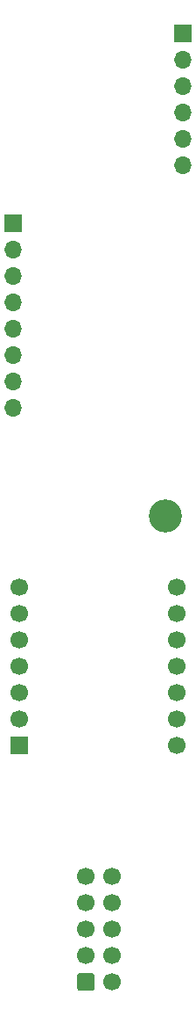
<source format=gbs>
G04 #@! TF.GenerationSoftware,KiCad,Pcbnew,7.0.7-7.0.7~ubuntu22.04.1*
G04 #@! TF.CreationDate,2023-10-11T21:50:17+02:00*
G04 #@! TF.ProjectId,RP2040-VCO,52503230-3430-42d5-9643-4f2e6b696361,rev?*
G04 #@! TF.SameCoordinates,Original*
G04 #@! TF.FileFunction,Soldermask,Bot*
G04 #@! TF.FilePolarity,Negative*
%FSLAX46Y46*%
G04 Gerber Fmt 4.6, Leading zero omitted, Abs format (unit mm)*
G04 Created by KiCad (PCBNEW 7.0.7-7.0.7~ubuntu22.04.1) date 2023-10-11 21:50:17*
%MOMM*%
%LPD*%
G01*
G04 APERTURE LIST*
%ADD10C,3.200000*%
%ADD11R,1.700000X1.700000*%
%ADD12O,1.700000X1.700000*%
%ADD13C,1.700000*%
G04 APERTURE END LIST*
D10*
X68000000Y-96000000D03*
D11*
X69700000Y-49500000D03*
D12*
X69700000Y-52040000D03*
X69700000Y-54580000D03*
X69700000Y-57120000D03*
X69700000Y-59660000D03*
X69700000Y-62200000D03*
D11*
X53300000Y-67800000D03*
D12*
X53300000Y-70340000D03*
X53300000Y-72880000D03*
X53300000Y-75420000D03*
X53300000Y-77960000D03*
X53300000Y-80500000D03*
X53300000Y-83040000D03*
X53300000Y-85580000D03*
G36*
G01*
X59450000Y-141480000D02*
X59450000Y-140280000D01*
G75*
G02*
X59700000Y-140030000I250000J0D01*
G01*
X60900000Y-140030000D01*
G75*
G02*
X61150000Y-140280000I0J-250000D01*
G01*
X61150000Y-141480000D01*
G75*
G02*
X60900000Y-141730000I-250000J0D01*
G01*
X59700000Y-141730000D01*
G75*
G02*
X59450000Y-141480000I0J250000D01*
G01*
G37*
D13*
X62840000Y-140880000D03*
X60300000Y-138340000D03*
X62840000Y-138340000D03*
X60300000Y-135800000D03*
X62840000Y-135800000D03*
X60300000Y-133260000D03*
X62840000Y-133260000D03*
X60300000Y-130720000D03*
X62840000Y-130720000D03*
D11*
X53880000Y-118120000D03*
D13*
X53880000Y-115580000D03*
X53880000Y-113040000D03*
X53880000Y-110500000D03*
X53880000Y-107960000D03*
X53880000Y-105420000D03*
X53880000Y-102880000D03*
X69120000Y-102880000D03*
X69120000Y-105420000D03*
X69120000Y-107960000D03*
X69120000Y-110500000D03*
X69120000Y-113040000D03*
X69120000Y-115580000D03*
X69120000Y-118120000D03*
M02*

</source>
